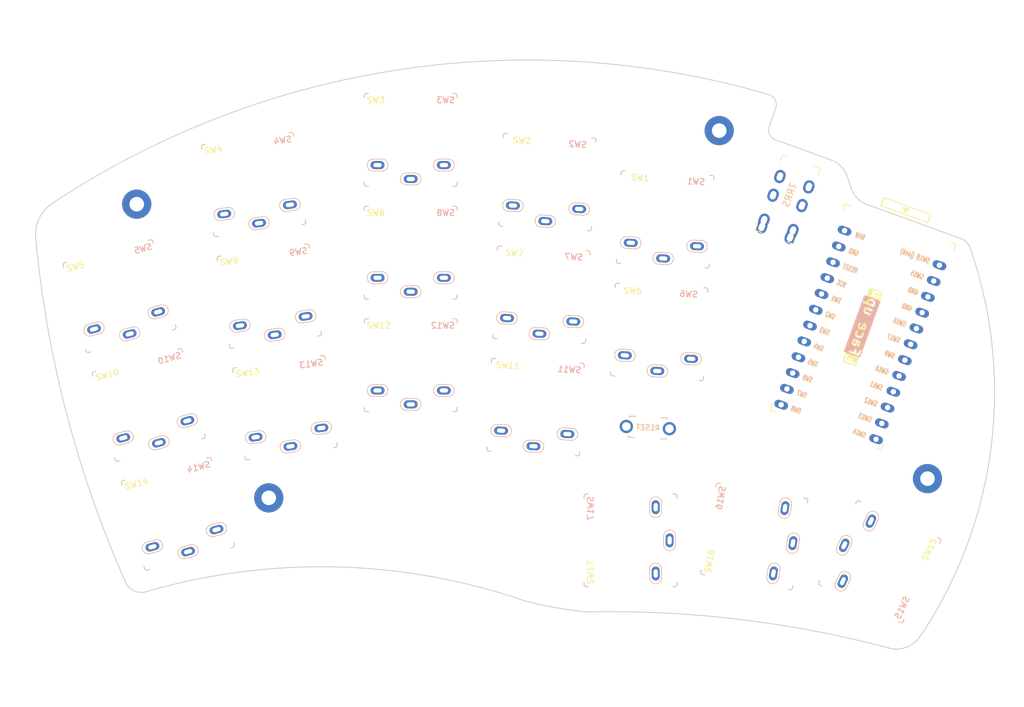
<source format=kicad_pcb>
(kicad_pcb (version 20221018) (generator pcbnew)
  (layers (0 "F.Cu" signal) (31 "B.Cu" signal) (34 "B.Paste" user) (35 "F.Paste" user) (36 "B.SilkS" user "B.Silkscreen") (37 "F.SilkS" user "F.Silkscreen") (38 "B.Mask" user) (39 "F.Mask" user) (44 "Edge.Cuts" user))
  (net 0 "")
  (net 1 "gnd")
  (net 2 "vcc")
  (net 3 "Switch18")
  (net 4 "reset")
  (net 5 "Switch1")
  (net 6 "Switch2")
  (net 7 "Switch3")
  (net 8 "Switch4")
  (net 9 "Switch5")
  (net 10 "Switch6")
  (net 11 "Switch7")
  (net 12 "Switch8")
  (net 13 "Switch9")
  (net 14 "Switch10")
  (net 15 "Switch11")
  (net 16 "Switch12")
  (net 17 "Switch13")
  (net 18 "Switch14")
  (net 19 "Switch15")
  (net 20 "Switch16")
  (net 21 "Switch17")
  (net 22 "raw")
  (footprint "Kailh:TRRS-PJ-DPB2" (layer "F.Cu") (at 158.94102 67.4 -20)
    (fp_text reference "J2" hide)
    (fp_text value "AudioJack4dpb" hide)
    (fp_text user "TRRS" (at 0 5.4 70) (layer "B.SilkS") (effects (font (thickness 0.1)) (justify mirror)))
    (fp_text user "TRRS" (at 0 5.3 70) (layer "F.SilkS") (effects (font (thickness 0.1))))
    (pad "" np_thru_hole circle (at 0 1.6 340) (size 0.8 0.8) (drill 0.8) (layers "F&B.Cu" "*.Mask"))
    (pad "" np_thru_hole circle (at 0 8.6 340) (size 0.8 0.8) (drill 0.8) (layers "F&B.Cu" "*.Mask"))
    (pad "R1" thru_hole oval (at -2.33 6.22 160) (size 1.6 2) (drill oval 0.9 1.3) (layers "*.Cu" "*.Mask") (net 3 "Switch18"))
    (pad "R1" thru_hole oval (at 2.3 6.2 340) (size 1.6 2) (drill oval 0.9 1.3) (layers "*.Cu" "*.Mask") (net 3 "Switch18"))
    (pad "R2" thru_hole oval (at -2.33 3.22 160) (size 1.6 2) (drill oval 0.9 1.3) (layers "*.Cu" "*.Mask") (net 2 "vcc"))
    (pad "R2" thru_hole oval (at 2.3 3.2 340) (size 1.6 2) (drill oval 0.9 1.3) (layers "*.Cu" "*.Mask") (net 2 "vcc"))
    (pad "S" thru_hole oval (at -2.3 11.3 340) (size 1.6 2) (drill oval 0.9 1.3) (layers "*.Cu" "*.Mask") (net 1 "gnd"))
    (pad "S" thru_hole oval (at 2.27 11.32 160) (size 1.6 2) (drill oval 0.9 1.3) (layers "*.Cu" "*.Mask") (net 1 "gnd"))
    (pad "T" thru_hole oval (at -2.33 10.22 160) (size 1.6 2) (drill oval 0.9 1.3) (layers "*.Cu" "*.Mask") (net 1 "gnd"))
    (pad "T" thru_hole oval (at 2.3 10.2 340) (size 1.6 2) (drill oval 0.9 1.3) (layers "*.Cu" "*.Mask") (net 1 "gnd"))
  )
  (footprint "* duckyb-collection:SW_PG1350_rev_DPB" (layer "F.Cu") (at 100 98.1)
    (fp_text reference "SW12" hide)
    (fp_text value "SW_Push" hide)
    (fp_text user "${REFERENCE}" (at 6.75 -6) (layer "B.SilkS") (effects (font (size 0.9 0.9) (thickness 0.16)) (justify left mirror)))
    (fp_text user "${REFERENCE}" (at -6.75 -6) (layer "F.SilkS") (effects (font (size 0.9 0.9) (thickness 0.16)) (justify left)))
    (pad "" np_thru_hole circle (at -5.499999 0 358) (size 1.7018 1.7018) (drill 1.7018) (layers "F&B.Cu" "*.Mask"))
    (pad "" np_thru_hole circle (at 0 0 358) (size 3.429 3.429) (drill 3.429) (layers "F&B.Cu" "*.Mask"))
    (pad "" np_thru_hole circle (at 0 0 2) (size 3.429 3.429) (drill 3.429) (layers "F&B.Cu" "*.Mask"))
    (pad "" np_thru_hole circle (at 5.5 0 358) (size 1.7018 1.7018) (drill 1.7018) (layers "F&B.Cu" "*.Mask"))
    (pad "1" thru_hole oval (at 0 5.9 180) (size 2.1 1.2) (drill oval 1.27 0.635) (layers "*.Cu" "*.Mask") (net 14 "Switch10"))
    (pad "2" thru_hole oval (at -5 3.8 180) (size 2.1 1.2) (drill oval 1.27 0.635) (layers "*.Cu" "*.Mask") (net 1 "gnd"))
    (pad "2" thru_hole oval (at 5 3.8 180) (size 2.1 1.2) (drill oval 1.27 0.635) (layers "*.Cu" "*.Mask") (net 1 "gnd"))
  )
  (footprint "* duckyb-collection:ProMicro_jumpers_facedown" (layer "F.Cu") (at 168.202942 92.333663 -20)
    (fp_text reference "U1" hide)
    (fp_text value "ProMicro-kbd" hide)
    (fp_text user "SW14" (at 6 15.25 160) (layer "B.SilkS") (effects (font (size 0.75 0.5) (thickness 0.125)) (justify left mirror)))
    (fp_text user "Face up" (at 0 0 250 unlocked) (layer "B.SilkS" knockout) (effects (font (size 1.5 1.5) (thickness 0.3)) (justify mirror)))
    (fp_text user "VCC" (at -6.1 -5.015 160) (layer "B.SilkS") (effects (font (size 0.75 0.5) (thickness 0.125)) (justify right mirror)))
    (fp_text user "SW5" (at -6.13 7.695 160) (layer "B.SilkS") (effects (font (size 0.75 0.5) (thickness 0.125)) (justify right mirror)))
    (fp_text user "GND" (at -6.07 -10.125 160) (layer "B.SilkS") (effects (font (size 0.75 0.5) (thickness 0.125)) (justify right mirror)))
    (fp_text user "RAW" (at -5.97 -12.735 160) (layer "B.SilkS") (effects (font (size 0.75 0.5) (thickness 0.125)) (justify right mirror)))
    (fp_text user "SW13" (at 6.03 12.75 160) (layer "B.SilkS") (effects (font (size 0.75 0.5) (thickness 0.125)) (justify left mirror)))
    (fp_text user "GND" (at 6 -5.055 160) (layer "B.SilkS") (effects (font (size 0.75 0.5) (thickness 0.125)) (justify left mirror)))
    (fp_text user "SW9" (at 6 2.545 160) (layer "B.SilkS") (effects (font (size 0.75 0.5) (thickness 0.125)) (justify left mirror)))
    (fp_text user "SW15" (at 6.03 -10.165 160) (layer "B.SilkS") (effects (font (size 0.75 0.5) (thickness 0.125)) (justify left mirror)))
    (fp_text user "SW12" (at 6.03 10.235 160) (layer "B.SilkS") (effects (font (size 0.75 0.5) (thickness 0.125)) (justify left mirror)))
    (fp_text user "SW4" (at -6.13 5.185 160) (layer "B.SilkS") (effects (font (size 0.75 0.5) (thickness 0.125)) (justify right mirror)))
    (fp_text user "SW16" (at 6 -2.545 160) (layer "B.SilkS") (effects (font (size 0.75 0.5) (thickness 0.125)) (justify left mirror)))
    (fp_text user "RESET" (at -6.07 -7.615 160) (layer "B.SilkS") (effects (font (size 0.75 0.5) (thickness 0.125)) (justify right mirror)))
    (fp_text user "SW2" (at -6.1 0.075 160) (layer "B.SilkS") (effects (font (size 0.75 0.5) (thickness 0.125)) (justify right mirror)))
    (fp_text user "GND" (at 6.03 -7.655 160) (layer "B.SilkS") (effects (font (size 0.75 0.5) (thickness 0.125)) (justify left mirror)))
    (fp_text user "SW18 (jack)" (at 6.03 -12.765 160) (layer "B.SilkS") (effects (font (size 0.75 0.5) (thickness 0.125)) (justify left mirror)))
    (fp_text user "SW6" (at -6.07 10.19 160) (layer "B.SilkS") (effects (font (size 0.75 0.5) (thickness 0.125)) (justify right mirror)))
    (fp_text user "SW17" (at 6 0.035 160) (layer "B.SilkS") (effects (font (size 0.75 0.5) (thickness 0.125)) (justify left mirror)))
    (fp_text user "SW1" (at -6.1 -2.505 160) (layer "B.SilkS") (effects (font (size 0.75 0.5) (thickness 0.125)) (justify right mirror)))
    (fp_text user "SW3" (at -6.1 2.585 160) (layer "B.SilkS") (effects (font (size 0.75 0.5) (thickness 0.125)) (justify right mirror)))
    (fp_text user "SW8" (at -6.1 15.19 160) (layer "B.SilkS") (effects (font (size 0.75 0.5) (thickness 0.125)) (justify right mirror)))
    (fp_text user "SW10" (at 5.97 5.145 160) (layer "B.SilkS") (effects (font (size 0.75 0.5) (thickness 0.125)) (justify left mirror)))
    (fp_text user "SW7" (at -6.07 12.69 160) (layer "B.SilkS") (effects (font (size 0.75 0.5) (thickness 0.125)) (justify right mirror)))
    (fp_text user "SW11" (at 5.97 7.655 160) (layer "B.SilkS") (effects (font (size 0.75 0.5) (thickness 0.125)) (justify left mirror)))
    (fp_text user "SW5" (at -6.06 7.755 160) (layer "F.SilkS") (effects (font (size 0.75 0.5) (thickness 0.125)) (justify left)))
    (fp_text user "Face down" (at 0 0 70 unlocked) (layer "F.SilkS" knockout) (effects (font (size 1.5 1.5) (thickness 0.3))))
    (fp_text user "SW16" (at 6.13 -2.535 160) (layer "F.SilkS") (effects (font (size 0.75 0.5) (thickness 0.125)) (justify right)))
    (fp_text user "SW7" (at -6 12.75 160) (layer "F.SilkS") (effects (font (size 0.75 0.5) (thickness 0.125)) (justify left)))
    (fp_text user "SW18 (jack)" (at 6.16 -12.755 160) (layer "F.SilkS") (effects (font (size 0.75 0.5) (thickness 0.125)) (justify right)))
    (fp_text user "GND" (at -6 -10.065 160) (layer "F.SilkS") (effects (font (size 0.75 0.5) (thickness 0.125)) (justify left)))
    (fp_text user "SW10" (at 6.1 5.155 160) (layer "F.SilkS") (effects (font (size 0.75 0.5) (thickness 0.125)) (justify right)))
    (fp_text user "SW8" (at -6.03 15.25 160) (layer "F.SilkS") (effects (font (size 0.75 0.5) (thickness 0.125)) (justify left)))
    (fp_text user "SW4" (at -6.06 5.245 160) (layer "F.SilkS") (effects (font (size 0.75 0.5) (thickness 0.125)) (justify left)))
    (fp_text user "SW3" (at -6.03 2.645 160) (layer "F.SilkS") (effects (font (size 0.75 0.5) (thickness 0.125)) (justify left)))
    (fp_text user "SW6" (at -6 10.25 160) (layer "F.SilkS") (effects (font (size 0.75 0.5) (thickness 0.125)) (justify left)))
    (fp_text user "SW11" (at 6.1 7.665 160) (layer "F.SilkS") (effects (font (size 0.75 0.5) (thickness 0.125)) (justify right)))
    (fp_text user "SW15" (at 6.16 -10.155 160) (layer "F.SilkS") (effects (font (size 0.75 0.5) (thickness 0.125)) (justify right)))
    (fp_text user "SW12" (at 6.16 10.245 160) (layer "F.SilkS") (effects (font (size 0.75 0.5) (thickness 0.125)) (justify right)))
    (fp_text user "SW17" (at 6.13 0.045 160) (layer "F.SilkS") (effects (font (size 0.75 0.5) (thickness 0.125)) (justify right)))
    (fp_text user "SW14" (at 6.13 15.26 160) (layer "F.SilkS") (effects (font (size 0.75 0.5) (thickness 0.125)) (justify right)))
    (fp_text user "VCC" (at -6.03 -4.955 160) (layer "F.SilkS") (effects (font (size 0.75 0.5) (thickness 0.125)) (justify left)))
    (fp_text user "SW2" (at -6.03 0.135 160) (layer "F.SilkS") (effects (font (size 0.75 0.5) (thickness 0.125)) (justify left)))
    (fp_text user "RAW" (at -5.9 -12.675 160) (layer "F.SilkS") (effects (font (size 0.75 0.5) (thickness 0.125)) (justify left)))
    (fp_text user "RESET" (at -6 -7.555 160) (layer "F.SilkS") (effects (font (size 0.75 0.5) (thickness 0.125)) (justify left)))
    (fp_text user "SW9" (at 6.13 2.555 160) (layer "F.SilkS") (effects (font (size 0.75 0.5) (thickness 0.125)) (justify right)))
    (fp_text user "SW13" (at 6.16 12.76 160) (layer "F.SilkS") (effects (font (size 0.75 0.5) (thickness 0.125)) (justify right)))
    (fp_text user "SW1" (at -6.03 -2.445 160) (layer "F.SilkS") (effects (font (size 0.75 0.5) (thickness 0.125)) (justify left)))
    (fp_text user "GND" (at 6.16 -7.645 160) (layer "F.SilkS") (effects (font (size 0.75 0.5) (thickness 0.125)) (justify right)))
    (fp_text user "GND" (at 6.13 -5.045 160) (layer "F.SilkS") (effects (font (size 0.75 0.5) (thickness 0.125)) (justify right)))
    (pad "1" thru_hole oval (at 7.6114 -12.703 340) (size 2.1 1.2) (drill 0.8128) (layers "*.Cu" "*.Mask") (net 3 "Switch18"))
    (pad "2" thru_hole oval (at 7.6114 -10.162999 340) (size 2.1 1.2) (drill 0.8128) (layers "*.Cu" "*.Mask") (net 19 "Switch15"))
    (pad "3" thru_hole oval (at 7.6114 -7.623 340) (size 2.1 1.2) (drill 0.8128) (layers "*.Cu" "*.Mask") (net 1 "gnd"))
    (pad "4" thru_hole oval (at 7.6114 -5.083 340) (size 2.1 1.2) (drill 0.8128) (layers "*.Cu" "*.Mask") (net 1 "gnd"))
    (pad "5" thru_hole oval (at 7.6114 -2.543 340) (size 2.1 1.2) (drill 0.8128) (layers "*.Cu" "*.Mask") (net 20 "Switch16"))
    (pad "6" thru_hole oval (at 7.6114 -0.003 340) (size 2.1 1.2) (drill 0.8128) (layers "*.Cu" "*.Mask") (net 21 "Switch17"))
    (pad "7" thru_hole oval (at 7.6114 2.536999 340) (size 2.1 1.2) (drill 0.8128) (layers "*.Cu" "*.Mask") (net 13 "Switch9"))
    (pad "8" thru_hole oval (at 7.6114 5.077 340) (size 2.1 1.2) (drill 0.8128) (layers "*.Cu" "*.Mask") (net 14 "Switch10"))
    (pad "9" thru_hole oval (at 7.6114 7.617 340) (size 2.1 1.2) (drill 0.8128) (layers "*.Cu" "*.Mask") (net 15 "Switch11"))
    (pad "10" thru_hole oval (at 7.6114 10.157 340) (size 2.1 1.2) (drill 0.8128) (layers "*.Cu" "*.Mask") (net 16 "Switch12"))
    (pad "11" thru_hole oval (at 7.6114 12.697 340) (size 2.1 1.2) (drill 0.8128) (layers "*.Cu" "*.Mask") (net 17 "Switch13"))
    (pad "12" thru_hole oval (at 7.6114 15.237001 340) (size 2.1 1.2) (drill 0.8128) (layers "*.Cu" "*.Mask") (net 18 "Switch14"))
    (pad "13" thru_hole oval (at -7.6086 15.237 340) (size 2.1 1.2) (drill 0.8128) (layers "*.Cu" "*.Mask") (net 12 "Switch8"))
    (pad "14" thru_hole oval (at -7.608599 12.697 340) (size 2.1 1.2) (drill 0.8128) (layers "*.Cu" "*.Mask") (net 11 "Switch7"))
    (pad "15" thru_hole oval (at -7.6086 10.157 340) (size 2.1 1.2) (drill 0.8128) (layers "*.Cu" "*.Mask") (net 10 "Switch6"))
    (pad "16" thru_hole oval (at -7.6086 7.617 340) (size 2.1 1.2) (drill 0.8128) (layers "*.Cu" "*.Mask") (net 9 "Switch5"))
    (pad "17" thru_hole oval (at -7.6086 5.077 340) (size 2.1 1.2) (drill 0.8128) (layers "*.Cu" "*.Mask") (net 8 "Switch4"))
    (pad "18" thru_hole oval (at -7.6086 2.537 340) (size 2.1 1.2) (drill 0.8128) (layers "*.Cu" "*.Mask") (net 7 "Switch3"))
    (pad "19" thru_hole oval (at -7.6086 -0.003 340) (size 2.1 1.2) (drill 0.8128) (layers "*.Cu" "*.Mask") (net 6 "Switch2"))
    (pad "20" thru_hole oval (at -7.6086 -2.543 340) (size 2.1 1.2) (drill 0.8128) (layers "*.Cu" "*.Mask") (net 5 "Switch1"))
    (pad "21" thru_hole oval (at -7.6086 -5.083 340) (size 2.1 1.2) (drill 0.8128) (layers "*.Cu" "*.Mask") (net 2 "vcc"))
    (pad "22" thru_hole oval (at -7.6086 -7.623 340) (size 2.1 1.2) (drill 0.8128) (layers "*.Cu" "*.Mask") (net 4 "reset"))
    (pad "23" thru_hole oval (at -7.6086 -10.163 340) (size 2.1 1.2) (drill 0.8128) (layers "*.Cu" "*.Mask") (net 1 "gnd"))
    (pad "24" thru_hole oval (at -7.6086 -12.703 340) (size 2.1 1.2) (drill 0.8128) (layers "*.Cu" "*.Mask") (net 22 "raw"))
  )
  (footprint "* duckyb-collection:SW_PG1350_rev_DPB" (layer "F.Cu") (at 137.472178 93.066994 -3)
    (fp_text reference "SW6" hide)
    (fp_text value "SW_Push" hide)
    (fp_text user "${REFERENCE}" (at 2.63878 -5.928238 177) (layer "B.SilkS") (effects (font (size 0.9 0.9) (thickness 0.16)) (justify right mirror)))
    (fp_text user "${REFERENCE}" (at -2.862665 -5.963005 177) (layer "F.SilkS") (effects (font (size 0.9 0.9) (thickness 0.16)) (justify right)))
    (pad "" np_thru_hole circle (at -5.499999 0 355) (size 1.7018 1.7018) (drill 1.7018) (layers "F&B.Cu" "*.Mask"))
    (pad "" np_thru_hole circle (at 0 0 359) (size 3.429 3.429) (drill 3.429) (layers "F&B.Cu" "*.Mask"))
    (pad "" np_thru_hole circle (at 0 0 355) (size 3.429 3.429) (drill 3.429) (layers "F&B.Cu" "*.Mask"))
    (pad "" np_thru_hole circle (at 5.5 0 355) (size 1.7018 1.7018) (drill 1.7018) (layers "F&B.Cu" "*.Mask"))
    (pad "1" thru_hole oval (at 0 5.9 177) (size 2.1 1.2) (drill oval 1.27 0.635) (layers "*.Cu" "*.Mask") (net 9 "Switch5"))
    (pad "2" thru_hole oval (at -5 3.8 177) (size 2.1 1.2) (drill oval 1.27 0.635) (layers "*.Cu" "*.Mask") (net 1 "gnd"))
    (pad "2" thru_hole oval (at 5 3.8 177) (size 2.1 1.2) (drill oval 1.27 0.635) (layers "*.Cu" "*.Mask") (net 1 "gnd"))
  )
  (footprint "* duckyb-collection:SW_PG1350_rev_DPB" (layer "F.Cu") (at 151.797216 123.90989 80)
    (fp_text reference "SW16" hide)
    (fp_text value "SW_Push" hide)
    (fp_text user "${REFERENCE}" (at 6.75 -6 80) (layer "B.SilkS") (effects (font (size 0.9 0.9) (thickness 0.16)) (justify left mirror)))
    (fp_text user "${REFERENCE}" (at -6.75 -6 80) (layer "F.SilkS") (effects (font (size 0.9 0.9) (thickness 0.16)) (justify left)))
    (pad "" np_thru_hole circle (at -5.499999 0 78) (size 1.7018 1.7018) (drill 1.7018) (layers "F&B.Cu" "*.Mask"))
    (pad "" np_thru_hole circle (at 0 0 82) (size 3.429 3.429) (drill 3.429) (layers "F&B.Cu" "*.Mask"))
    (pad "" np_thru_hole circle (at 0 0 78) (size 3.429 3.429) (drill 3.429) (layers "F&B.Cu" "*.Mask"))
    (pad "" np_thru_hole circle (at 5.5 0 78) (size 1.7018 1.7018) (drill 1.7018) (layers "F&B.Cu" "*.Mask"))
    (pad "1" thru_hole oval (at 0 5.9 260) (size 2.1 1.2) (drill oval 1.27 0.635) (layers "*.Cu" "*.Mask") (net 20 "Switch16"))
    (pad "2" thru_hole oval (at -5 3.8 260) (size 2.1 1.2) (drill oval 1.27 0.635) (layers "*.Cu" "*.Mask") (net 1 "gnd"))
    (pad "2" thru_hole oval (at 5 3.8 260) (size 2.1 1.2) (drill oval 1.27 0.635) (layers "*.Cu" "*.Mask") (net 1 "gnd"))
  )
  (footprint "* duckyb-collection:SW_PG1350_rev_DPB" (layer "F.Cu") (at 76.312936 70.822861 8)
    (fp_text reference "SW4" hide)
    (fp_text value "SW_Push" hide)
    (fp_text user "${REFERENCE}" (at 6.75 -6 8) (layer "B.SilkS") (effects (font (size 0.9 0.9) (thickness 0.16)) (justify left mirror)))
    (fp_text user "${REFERENCE}" (at -6.75 -6 8) (layer "F.SilkS") (effects (font (size 0.9 0.9) (thickness 0.16)) (justify left)))
    (pad "" np_thru_hole circle (at -5.499999 0 6) (size 1.7018 1.7018) (drill 1.7018) (layers "F&B.Cu" "*.Mask"))
    (pad "" np_thru_hole circle (at 0 0 6) (size 3.429 3.429) (drill 3.429) (layers "F&B.Cu" "*.Mask"))
    (pad "" np_thru_hole circle (at 0 0 10) (size 3.429 3.429) (drill 3.429) (layers "F&B.Cu" "*.Mask"))
    (pad "" np_thru_hole circle (at 5.5 0 6) (size 1.7018 1.7018) (drill 1.7018) (layers "F&B.Cu" "*.Mask"))
    (pad "1" thru_hole oval (at 0 5.9 188) (size 2.1 1.2) (drill oval 1.27 0.635) (layers "*.Cu" "*.Mask") (net 8 "Switch4"))
    (pad "2" thru_hole oval (at -5 3.8 188) (size 2.1 1.2) (drill oval 1.27 0.635) (layers "*.Cu" "*.Mask") (net 1 "gnd"))
    (pad "2" thru_hole oval (at 5 3.8 188) (size 2.1 1.2) (drill oval 1.27 0.635) (layers "*.Cu" "*.Mask") (net 1 "gnd"))
  )
  (footprint "* duckyb-collection:SW_PG1350_rev_DPB" (layer "F.Cu") (at 64.912892 120.511777 15)
    (fp_text reference "SW14" hide)
    (fp_text value "SW_Push" hide)
    (fp_text user "${REFERENCE}" (at 6.75 -6 15) (layer "B.SilkS") (effects (font (size 0.9 0.9) (thickness 0.16)) (justify left mirror)))
    (fp_text user "${REFERENCE}" (at -6.75 -6 15) (layer "F.SilkS") (effects (font (size 0.9 0.9) (thickness 0.16)) (justify left)))
    (pad "" np_thru_hole circle (at -5.499999 0 13) (size 1.7018 1.7018) (drill 1.7018) (layers "F&B.Cu" "*.Mask"))
    (pad "" np_thru_hole circle (at 0 0 13) (size 3.429 3.429) (drill 3.429) (layers "F&B.Cu" "*.Mask"))
    (pad "" np_thru_hole circle (at 0 0 17) (size 3.429 3.429) (drill 3.429) (layers "F&B.Cu" "*.Mask"))
    (pad "" np_thru_hole circle (at 5.5 0 13) (size 1.7018 1.7018) (drill 1.7018) (layers "F&B.Cu" "*.Mask"))
    (pad "1" thru_hole oval (at 0 5.9 195) (size 2.1 1.2) (drill oval 1.27 0.635) (layers "*.Cu" "*.Mask") (net 17 "Switch13"))
    (pad "2" thru_hole oval (at -5 3.8 195) (size 2.1 1.2) (drill oval 1.27 0.635) (layers "*.Cu" "*.Mask") (net 1 "gnd"))
    (pad "2" thru_hole oval (at 5 3.8 195) (size 2.1 1.2) (drill oval 1.27 0.635) (layers "*.Cu" "*.Mask") (net 1 "gnd"))
  )
  (footprint "" (layer "F.Cu") (at 58.7 73.8)
    (fp_text reference "" (at 0 0) (layer "F.SilkS") (effects (font (size 1.27 1.27))))
    (fp_text value "" (at 0 0) (layer "F.SilkS") (effects (font (size 1.27 1.27))))
    (pad "" thru_hole circle (at 0 0) (size 4.4 4.4) (drill 2.2) (layers "*.Cu" "*.Mask"))
  )
  (footprint "* duckyb-collection:SW_PG1350_rev_DPB" (layer "F.Cu") (at 78.678879 87.657418 8)
    (fp_text reference "SW9" hide)
    (fp_text value "SW_Push" hide)
    (fp_text user "${REFERENCE}" (at 6.75 -6 8) (layer "B.SilkS") (effects (font (size 0.9 0.9) (thickness 0.16)) (justify left mirror)))
    (fp_text user "${REFERENCE}" (at -6.75 -6 8) (layer "F.SilkS") (effects (font (size 0.9 0.9) (thickness 0.16)) (justify left)))
    (pad "" np_thru_hole circle (at -5.499999 0 6) (size 1.7018 1.7018) (drill 1.7018) (layers "F&B.Cu" "*.Mask"))
    (pad "" np_thru_hole circle (at 0 0 10) (size 3.429 3.429) (drill 3.429) (layers "F&B.Cu" "*.Mask"))
    (pad "" np_thru_hole circle (at 0 0 6) (size 3.429 3.429) (drill 3.429) (layers "F&B.Cu" "*.Mask"))
    (pad "" np_thru_hole circle (at 5.5 0 6) (size 1.7018 1.7018) (drill 1.7018) (layers "F&B.Cu" "*.Mask"))
    (pad "1" thru_hole oval (at 0 5.9 188) (size 2.1 1.2) (drill oval 1.27 0.635) (layers "*.Cu" "*.Mask") (net 12 "Switch8"))
    (pad "2" thru_hole oval (at -5 3.8 188) (size 2.1 1.2) (drill oval 1.27 0.635) (layers "*.Cu" "*.Mask") (net 1 "gnd"))
    (pad "2" thru_hole oval (at 5 3.8 188) (size 2.1 1.2) (drill oval 1.27 0.635) (layers "*.Cu" "*.Mask") (net 1 "gnd"))
  )
  (footprint "* duckyb-collection:SW_PG1350_rev_DPB" (layer "F.Cu") (at 120.595441 70.466826 -3)
    (fp_text reference "SW2" hide)
    (fp_text value "SW_Push" hide)
    (fp_text user "${REFERENCE}" (at 2.793947 -5.930946 177) (layer "B.SilkS") (effects (font (size 0.9 0.9) (thickness 0.16)) (justify right mirror)))
    (fp_text user "${REFERENCE}" (at -2.709048 -6.054542 177) (layer "F.SilkS") (effects (font (size 0.9 0.9) (thickness 0.16)) (justify right)))
    (pad "" np_thru_hole circle (at -5.499999 0 355) (size 1.7018 1.7018) (drill 1.7018) (layers "F&B.Cu" "*.Mask"))
    (pad "" np_thru_hole circle (at 0 0 355) (size 3.429 3.429) (drill 3.429) (layers "F&B.Cu" "*.Mask"))
    (pad "" np_thru_hole circle (at 0 0 359) (size 3.429 3.429) (drill 3.429) (layers "F&B.Cu" "*.Mask"))
    (pad "" np_thru_hole circle (at 5.5 0 355) (size 1.7018 1.7018) (drill 1.7018) (layers "F&B.Cu" "*.Mask"))
    (pad "1" thru_hole oval (at 0 5.9 177) (size 2.1 1.2) (drill oval 1.27 0.635) (layers "*.Cu" "*.Mask") (net 6 "Switch2"))
    (pad "2" thru_hole oval (at -5 3.8 177) (size 2.1 1.2) (drill oval 1.27 0.635) (layers "*.Cu" "*.Mask") (net 1 "gnd"))
    (pad "2" thru_hole oval (at 5 3.8 177) (size 2.1 1.2) (drill oval 1.27 0.635) (layers "*.Cu" "*.Mask") (net 1 "gnd"))
  )
  (footprint "" (layer "F.Cu") (at 146.5 62.7)
    (fp_text reference "" (at 0 0) (layer "F.SilkS") (effects (font (size 1.27 1.27))))
    (fp_text value "" (at 0 0) (layer "F.SilkS") (effects (font (size 1.27 1.27))))
    (pad "" thru_hole circle (at 0 0) (size 4.4 4.4) (drill 2.2) (layers "*.Cu" "*.Mask"))
  )
  (footprint "* duckyb-collection:SW_PG1350_rev_DPB" (layer "F.Cu") (at 81.044822 104.491975 8)
    (fp_text reference "SW13" hide)
    (fp_text value "SW_Push" hide)
    (fp_text user "${REFERENCE}" (at 6.75 -6 8) (layer "B.SilkS") (effects (font (size 0.9 0.9) (thickness 0.16)) (justify left mirror)))
    (fp_text user "${REFERENCE}" (at -6.75 -6 8) (layer "F.SilkS") (effects (font (size 0.9 0.9) (thickness 0.16)) (justify left)))
    (pad "" np_thru_hole circle (at -5.499999 0 6) (size 1.7018 1.7018) (drill 1.7018) (layers "F&B.Cu" "*.Mask"))
    (pad "" np_thru_hole circle (at 0 0 6) (size 3.429 3.429) (drill 3.429) (layers "F&B.Cu" "*.Mask"))
    (pad "" np_thru_hole circle (at 0 0 10) (size 3.429 3.429) (drill 3.429) (layers "F&B.Cu" "*.Mask"))
    (pad "" np_thru_hole circle (at 5.5 0 6) (size 1.7018 1.7018) (drill 1.7018) (layers "F&B.Cu" "*.Mask"))
    (pad "1" thru_hole oval (at 0 5.9 188) (size 2.1 1.2) (drill oval 1.27 0.635) (layers "*.Cu" "*.Mask") (net 15 "Switch11"))
    (pad "2" thru_hole oval (at -5 3.8 188) (size 2.1 1.2) (drill oval 1.27 0.635) (layers "*.Cu" "*.Mask") (net 1 "gnd"))
    (pad "2" thru_hole oval (at 5 3.8 188) (size 2.1 1.2) (drill oval 1.27 0.635) (layers "*.Cu" "*.Mask") (net 1 "gnd"))
  )
  (footprint "" (layer "F.Cu") (at 177.9 115.2)
    (fp_text reference "" (at 0 0) (layer "F.SilkS") (effects (font (size 1.27 1.27))))
    (fp_text value "" (at 0 0) (layer "F.SilkS") (effects (font (size 1.27 1.27))))
    (pad "" thru_hole circle (at 0 0) (size 4.4 4.4) (drill 2.2) (layers "*.Cu" "*.Mask"))
  )
  (footprint "kbd:ResetSW_1side" (layer "F.Cu") (at 135.75 107.5 -3)
    (fp_text reference "RSW2" hide)
    (fp_text value "SW_PUSH")
    (fp_text user "RESET" (at 0.01 0 -183) (layer "B.SilkS") (effects (font (size 0.8 0.8) (thickness 0.1)) (justify mirror)))
    (fp_text user "RESET" (at 0 0 -183) (layer "F.SilkS") (effects (font (size 0.8 0.8) (thickness 0.1))))
    (pad "1" thru_hole circle (at 3.25 0 357) (size 2 2) (drill 1.3) (layers "*.Cu" "*.Mask") (net 4 "reset"))
    (pad "2" thru_hole circle (at -3.25 0 357) (size 2 2) (drill 1.3) (layers "*.Cu" "*.Mask") (net 1 "gnd"))
  )
  (footprint "* duckyb-collection:SW_PG1350_rev_DPB" (layer "F.Cu") (at 170.697216 127.743448 -115)
    (fp_text reference "SW15" hide)
    (fp_text value "SW_Push" hide)
    (fp_text user "${REFERENCE}" (at 6.75 -6 65) (layer "B.SilkS") (effects (font (size 0.9 0.9) (thickness 0.16)) (justify right mirror)))
    (fp_text user "${REFERENCE}" (at -6.75 -6 65) (layer "F.SilkS") (effects (font (size 0.9 0.9) (thickness 0.16)) (justify right)))
    (pad "" np_thru_hole circle (at -5.499999 0 243) (size 1.7018 1.7018) (drill 1.7018) (layers "F&B.Cu" "*.Mask"))
    (pad "" np_thru_hole circle (at 0 0 243) (size 3.429 3.429) (drill 3.429) (layers "F&B.Cu" "*.Mask"))
    (pad "" np_thru_hole circle (at 0 0 247) (size 3.429 3.429) (drill 3.429) (layers "F&B.Cu" "*.Mask"))
    (pad "" np_thru_hole circle (at 5.5 0 243) (size 1.7018 1.7018) (drill 1.7018) (layers "F&B.Cu" "*.Mask"))
    (pad "1" thru_hole oval (at 0 5.9 65) (size 2.1 1.2) (drill oval 1.27 0.635) (layers "*.Cu" "*.Mask") (net 21 "Switch17"))
    (pad "2" thru_hole oval (at -5 3.8 65) (size 2.1 1.2) (drill oval 1.27 0.635) (layers "*.Cu" "*.Mask") (net 1 "gnd"))
    (pad "2" thru_hole oval (at 5 3.8 65) (size 2.1 1.2) (drill oval 1.27 0.635) (layers "*.Cu" "*.Mask") (net 1 "gnd"))
  )
  (footprint "* duckyb-collection:SW_PG1350_rev_DPB" (layer "F.Cu") (at 56.113044 87.670299 15)
    (fp_text reference "SW5" hide)
    (fp_text value "SW_Push" hide)
    (fp_text user "${REFERENCE}" (at 6.75 -6 15) (layer "B.SilkS") (effects (font (size 0.9 0.9) (thickness 0.16)) (justify left mirror)))
    (fp_text user "${REFERENCE}" (at -6.75 -6 15) (layer "F.SilkS") (effects (font (size 0.9 0.9) (thickness 0.16)) (justify left)))
    (pad "" np_thru_hole circle (at -5.499999 0 13) (size 1.7018 1.7018) (drill 1.7018) (layers "F&B.Cu" "*.Mask"))
    (pad "" np_thru_hole circle (at 0 0 17) (size 3.429 3.429) (drill 3.429) (layers "F&B.Cu" "*.Mask"))
    (pad "" np_thru_hole circle (at 0 0 13) (size 3.429 3.429) (drill 3.429) (layers "F&B.Cu" "*.Mask"))
    (pad "" np_thru_hole circle (at 5.5 0 13) (size 1.7018 1.7018) (drill 1.7018) (layers "F&B.Cu" "*.Mask"))
    (pad "1" thru_hole oval (at 0 5.9 195) (size 2.1 1.2) (drill oval 1.27 0.635) (layers "*.Cu" "*.Mask") (net 17 "Switch13"))
    (pad "2" thru_hole oval (at -5 3.8 195) (size 2.1 1.2) (drill oval 1.27 0.635) (layers "*.Cu" "*.Mask") (net 1 "gnd"))
    (pad "2" thru_hole oval (at 5 3.8 195) (size 2.1 1.2) (drill oval 1.27 0.635) (layers "*.Cu" "*.Mask") (net 1 "gnd"))
  )
  (footprint "" (layer "F.Cu") (at 78.6 118.1)
    (fp_text reference "" (at 0 0) (layer "F.SilkS") (effects (font (size 1.27 1.27))))
    (fp_text value "" (at 0 0) (layer "F.SilkS") (effects (font (size 1.27 1.27))))
    (pad "" thru_hole circle (at 0 0) (size 4.4 4.4) (drill 2.2) (layers "*.Cu" "*.Mask"))
  )
  (footprint "* duckyb-collection:SW_PG1350_rev_DPB" (layer "F.Cu") (at 119.705729 87.443528 -3)
    (fp_text reference "SW7" hide)
    (fp_text value "SW_Push" hide)
    (fp_text user "${REFERENCE}" (at 3.090593 -5.936124 177) (layer "B.SilkS") (effects (font (size 0.9 0.9) (thickness 0.16)) (justify right mirror)))
    (fp_text user "${REFERENCE}" (at -2.912281 -6.048404 177) (layer "F.SilkS") (effects (font (size 0.9 0.9) (thickness 0.16)) (justify right)))
    (pad "" np_thru_hole circle (at -5.499999 0 355) (size 1.7018 1.7018) (drill 1.7018) (layers "F&B.Cu" "*.Mask"))
    (pad "" np_thru_hole circle (at 0 0 359) (size 3.429 3.429) (drill 3.429) (layers "F&B.Cu" "*.Mask"))
    (pad "" np_thru_hole circle (at 0 0 355) (size 3.429 3.429) (drill 3.429) (layers "F&B.Cu" "*.Mask"))
    (pad "" np_thru_hole circle (at 5.5 0 355) (size 1.7018 1.7018) (drill 1.7018) (layers "F&B.Cu" "*.Mask"))
    (pad "1" thru_hole oval (at 0 5.9 177) (size 2.1 1.2) (drill oval 1.27 0.635) (layers "*.Cu" "*.Mask") (net 10 "Switch6"))
    (pad "2" thru_hole oval (at -5 3.8 177) (size 2.1 1.2) (drill oval 1.27 0.635) (layers "*.Cu" "*.Mask") (net 1 "gnd"))
    (pad "2" thru_hole oval (at 5 3.8 177) (size 2.1 1.2) (drill oval 1.27 0.635) (layers "*.Cu" "*.Mask") (net 1 "gnd"))
  )
  (footprint "* duckyb-collection:SW_PG1350_rev_DPB" (layer "F.Cu") (at 100 81.1)
    (fp_text reference "SW8" hide)
    (fp_text value "SW_Push" hide)
    (fp_text user "${REFERENCE}" (at 6.75 -6) (layer "B.SilkS") (effects (font (size 0.9 0.9) (thickness 0.16)) (justify left mirror)))
    (fp_text user "${REFERENCE}" (at -6.75 -6) (layer "F.SilkS") (effects (font (size 0.9 0.9) (thickness 0.16)) (justify left)))
    (pad "" np_thru_hole circle (at -5.499999 0 358) (size 1.7018 1.7018) (drill 1.7018) (layers "F&B.Cu" "*.Mask"))
    (pad "" np_thru_hole circle (at 0 0 358) (size 3.429 3.429) (drill 3.429) (layers "F&B.Cu" "*.Mask"))
    (pad "" np_thru_hole circle (at 0 0 2) (size 3.429 3.429) (drill 3.429) (layers "F&B.Cu" "*.Mask"))
    (pad "" np_thru_hole circle (at 5.5 0 358) (size 1.7018 1.7018) (drill 1.7018) (layers "F&B.Cu" "*.Mask"))
    (pad "1" thru_hole oval (at 0 5.9 180) (size 2.1 1.2) (drill oval 1.27 0.635) (layers "*.Cu" "*.Mask") (net 11 "Switch7"))
    (pad "2" thru_hole oval (at -5 3.8 180) (size 2.1 1.2) (drill oval 1.27 0.635) (layers "*.Cu" "*.Mask") (net 1 "gnd"))
    (pad "2" thru_hole oval (at 5 3.8 180) (size 2.1 1.2) (drill oval 1.27 0.635) (layers "*.Cu" "*.Mask") (net 1 "gnd"))
  )
  (footprint "* duckyb-collection:SW_PG1350_rev_DPB" (layer "F.Cu") (at 138.361889 76.090292 -3)
    (fp_text reference "SW1" hide)
    (fp_text value "SW_Push" hide)
    (fp_text user "${REFERENCE}" (at 2.842058 -5.931786 177) (layer "B.SilkS") (effects (font (size 0.9 0.9) (thickness 0.16)) (justify right mirror)))
    (fp_text user "${REFERENCE}" (at -2.661216 -6.07137 177) (layer "F.SilkS") (effects (font (size 0.9 0.9) (thickness 0.16)) (justify right)))
    (pad "" np_thru_hole circle (at -5.499999 0 355) (size 1.7018 1.7018) (drill 1.7018) (layers "F&B.Cu" "*.Mask"))
    (pad "" np_thru_hole circle (at 0 0 359) (size 3.429 3.429) (drill 3.429) (layers "F&B.Cu" "*.Mask"))
    (pad "" np_thru_hole circle (at 0 0 355) (size 3.429 3.429) (drill 3.429) (layers "F&B.Cu" "*.Mask"))
    (pad "" np_thru_hole circle (at 5.5 0 355) (size 1.7018 1.7018) (drill 1.7018) (layers "F&B.Cu" "*.Mask"))
    (pad "1" thru_hole oval (at 0 5.9 177) (size 2.1 1.2) (drill oval 1.27 0.635) (layers "*.Cu" "*.Mask") (net 5 "Switch1"))
    (pad "2" thru_hole oval (at -5 3.8 177) (size 2.1 1.2) (drill oval 1.27 0.635) (layers "*.Cu" "*.Mask") (net 1 "gnd"))
    (pad "2" thru_hole oval (at 5 3.8 177) (size 2.1 1.2) (drill oval 1.27 0.635) (layers "*.Cu" "*.Mask") (net 1 "gnd"))
  )
  (footprint "* duckyb-collection:SW_PG1350_rev_DPB" (layer "F.Cu") (at 100 64.1)
    (fp_text reference "SW3" hide)
    (fp_text value "SW_Push" hide)
    (fp_text user "${REFERENCE}" (at 6.75 -6) (layer "B.SilkS") (effects (font (size 0.9 0.9) (thickness 0.16)) (justify left mirror)))
    (fp_text user "${REFERENCE}" (at -6.75 -6) (layer "F.SilkS") (effects (font (size 0.9 0.9) (thickness 0.16)) (justify left)))
    (pad "" np_thru_hole circle (at -5.499999 0 358) (size 1.7018 1.7018) (drill 1.7018) (layers "F&B.Cu" "*.Mask"))
    (pad "" np_thru_hole circle (at 0 0 2) (size 3.429 3.429) (drill 3.429) (layers "F&B.Cu" "*.Mask"))
    (pad "" np_thru_hole circle (at 0 0 358) (size 3.429 3.429) (drill 3.429) (layers "F&B.Cu" "*.Mask"))
    (pad "" np_thru_hole circle (at 5.5 0 358) (size 1.7018 1.7018) (drill 1.7018) (layers "F&B.Cu" "*.Mask"))
    (pad "1" thru_hole oval (at 0 5.9 180) (size 2.1 1.2) (drill oval 1.27 0.635) (layers "*.Cu" "*.Mask") (net 7 "Switch3"))
    (pad "2" thru_hole oval (at -5 3.8 180) (size 2.1 1.2) (drill oval 1.27 0.635) (layers "*.Cu" "*.Mask") (net 1 "gnd"))
    (pad "2" thru_hole oval (at 5 3.8 180) (size 2.1 1.2) (drill oval 1.27 0.635) (layers "*.Cu" "*.Mask") (net 1 "gnd"))
  )
  (footprint "* duckyb-collection:SW_PG1350_rev_DPB" (layer "F.Cu") (at 60.512968 104.091038 15)
    (fp_text reference "SW10" hide)
    (fp_text value "SW_Push" hide)
    (fp_text user "${REFERENCE}" (at 6.75 -6 15) (layer "B.SilkS") (effects (font (size 0.9 0.9) (thickness 0.16)) (justify left mirror)))
    (fp_text user "${REFERENCE}" (at -6.75 -6 15) (layer "F.SilkS") (effects (font (size 0.9 0.9) (thickness 0.16)) (justify left)))
    (pad "" np_thru_hole circle (at -5.499999 0 13) (size 1.7018 1.7018) (drill 1.7018) (layers "F&B.Cu" "*.Mask"))
    (pad "" np_thru_hole circle (at 0 0 17) (size 3.429 3.429) (drill 3.429) (layers "F&B.Cu" "*.Mask"))
    (pad "" np_thru_hole circle (at 0 0 13) (size 3.429 3.429) (drill 3.429) (layers "F&B.Cu" "*.Mask"))
    (pad "" np_thru_hole circle (at 5.5 0 13) (size 1.7018 1.7018) (drill 1.7018) (layers "F&B.Cu" "*.Mask"))
    (pad "1" thru_hole oval (at 0 5.9 195) (size 2.1 1.2) (drill oval 1.27 0.635) (layers "*.Cu" "*.Mask") (net 17 "Switch13"))
    (pad "2" thru_hole oval (at -5 3.8 195) (size 2.1 1.2) (drill oval 1.27 0.635) (layers "*.Cu" "*.Mask") (net 1 "gnd"))
    (pad "2" thru_hole oval (at 5 3.8 195) (size 2.1 1.2) (drill oval 1.27 0.635) (layers "*.Cu" "*.Mask") (net 1 "gnd"))
  )
  (footprint "* duckyb-collection:SW_PG1350_rev_DPB" (layer "F.Cu") (at 133.12631 124.510908 90)
    (fp_text reference "SW17" hide)
    (fp_text value "SW_Push" hide)
    (fp_text user "${REFERENCE}" (at 6.75 -6 90) (layer "B.SilkS") (effects (font (size 0.9 0.9) (thickness 0.16)) (justify left mirror)))
    (fp_text user "${REFERENCE}" (at -6.75 -6 90) (layer "F.SilkS") (effects (font (size 0.9 0.9) (thickness 0.16)) (justify left)))
    (pad "" np_thru_hole circle (at -5.499999 0 88) (size 1.7018 1.7018) (drill 1.7018) (layers "F&B.Cu" "*.Mask"))
    (pad "" np_thru_hole circle (at 0 0 88) (size 3.429 3.429) (drill 3.429) (layers "F&B.Cu" "*.Mask"))
    (pad "" np_thru_hole circle (at 0 0 92) (size 3.429 3.429) (drill 3.429) (layers "F&B.Cu" "*.Mask"))
    (pad "" np_thru_hole circle (at 5.5 0 88) (size 1.7018 1.7018) (drill 1.7018) (layers "F&B.Cu" "*.Mask"))
    (pad "1" thru_hole oval (at 0 5.9 270) (size 2.1 1.2) (drill oval 1.27 0.635) (layers "*.Cu" "*.Mask") (net 19 "Switch15"))
    (pad "2" thru_hole oval (at -5 3.8 270) (size 2.1 1.2) (drill oval 1.27 0.635) (layers "*.Cu" "*.Mask") (net 1 "gnd"))
    (pad "2" thru_hole oval (at 5 3.8 270) (size 2.1 1.2) (drill oval 1.27 0.635) (layers "*.Cu" "*.Mask") (net 1 "gnd"))
  )
  (footprint "* duckyb-collection:SW_PG1350_rev_DPB" (layer "F.Cu") (at 118.816018 104.42023 -3)
    (fp_text reference "SW11" hide)
    (fp_text value "SW_Push" hide)
    (fp_text user "${REFERENCE}" (at 2.887315 -5.932576 177) (layer "B.SilkS") (effects (font (size 0.9 0.9) (thickness 0.16)) (justify right mirror)))
    (fp_text user "${REFERENCE}" (at -2.61559 -6.050993 177) (layer "F.SilkS") (effects (font (size 0.9 0.9) (thickness 0.16)) (justify right)))
    (pad "" np_thru_hole circle (at -5.499999 0 355) (size 1.7018 1.7018) (drill 1.7018) (layers "F&B.Cu" "*.Mask"))
    (pad "" np_thru_hole circle (at 0 0 359) (size 3.429 3.429) (drill 3.429) (layers "F&B.Cu" "*.Mask"))
    (pad "" np_thru_hole circle (at 0 0 355) (size 3.429 3.429) (drill 3.429) (layers "F&B.Cu" "*.Mask"))
    (pad "" np_thru_hole circle (at 5.5 0 355) (size 1.7018 1.7018) (drill 1.7018) (layers "F&B.Cu" "*.Mask"))
    (pad "1" thru_hole oval (at 0 5.9 177) (size 2.1 1.2) (drill oval 1.27 0.635) (layers "*.Cu" "*.Mask") (net 13 "Switch9"))
    (pad "2" thru_hole oval (at -5 3.8 177) (size 2.1 1.2) (drill oval 1.27 0.635) (layers "*.Cu" "*.Mask") (net 1 "gnd"))
    (pad "2" thru_hole oval (at 5 3.8 177) (size 2.1 1.2) (drill oval 1.27 0.635) (layers "*.Cu" "*.Mask") (net 1 "gnd"))
  )
  (gr_arc (start 153.977226 57.264827) (mid 154.911429 58.030345) (end 155.048988 59.230274) (stroke (width 0.15)) (layer "Edge.Cuts"))
  (gr_line (start 155.048988 59.230274) (end 154.044187 62.090343) (stroke (width 0.15)) (layer "Edge.Cuts"))
  (gr_line (start 165.81185 69.635551) (end 166.388274 71.364822) (stroke (width 0.15)) (layer "Edge.Cuts"))
  (gr_arc (start 155 64.1) (mid 154.11743 63.287634) (end 154.044187 62.090343) (stroke (width 0.15)) (layer "Edge.Cuts"))
  (gr_arc (start 184.243489 80.162059) (mid 187.49836 110.348646) (end 176.925279 138.809745) (stroke (width 0.15)) (layer "Edge.Cuts"))
  (gr_arc (start 60.040598 132.281675) (mid 88.654809 128.516368) (end 117.066136 133.590523) (stroke (width 0.15)) (layer "Edge.Cuts"))
  (gr_arc (start 176.925279 138.809745) (mid 175.082213 140.469268) (end 172.63988 140.900447) (stroke (width 0.15)) (layer "Edge.Cuts"))
  (gr_arc (start 126.565959 135.30443) (mid 149.801598 136.466646) (end 172.63988 140.900447) (stroke (width 0.15)) (layer "Edge.Cuts"))
  (gr_line (start 168.818396 73.859942) (end 183.071438 79.032734) (stroke (width 0.15)) (layer "Edge.Cuts"))
  (gr_line (start 155 64.1) (end 163.381129 67.140213) (stroke (width 0.15)) (layer "Edge.Cuts"))
  (gr_arc (start 43.448931 78.678151) (mid 44.039546 75.869437) (end 45.932377 73.711918) (stroke (width 0.15)) (layer "Edge.Cuts"))
  (gr_arc (start 57.171986 131.153053) (mid 48.15161 105.480177) (end 43.448931 78.678151) (stroke (width 0.15)) (layer "Edge.Cuts"))
  (gr_arc (start 60.040598 132.281674) (mid 58.426132 132.175276) (end 57.171986 131.153053) (stroke (width 0.15)) (layer "Edge.Cuts"))
  (gr_arc (start 126.565959 135.30443) (mid 121.780056 134.64697) (end 117.066136 133.590523) (stroke (width 0.15)) (layer "Edge.Cuts"))
  (gr_arc (start 45.932377 73.711918) (mid 98.135091 53.534262) (end 153.977226 57.264827) (stroke (width 0.15)) (layer "Edge.Cuts"))
  (gr_arc (start 168.818396 73.859942) (mid 167.317503 72.890768) (end 166.388274 71.364822) (stroke (width 0.15)) (layer "Edge.Cuts"))
  (gr_arc (start 163.381129 67.140213) (mid 164.882399 68.109376) (end 165.81185 69.635551) (stroke (width 0.15)) (layer "Edge.Cuts"))
  (gr_arc (start 183.071438 79.032734) (mid 183.763023 79.487843) (end 184.243488 80.162059) (stroke (width 0.15)) (layer "Edge.Cuts"))
)
</source>
